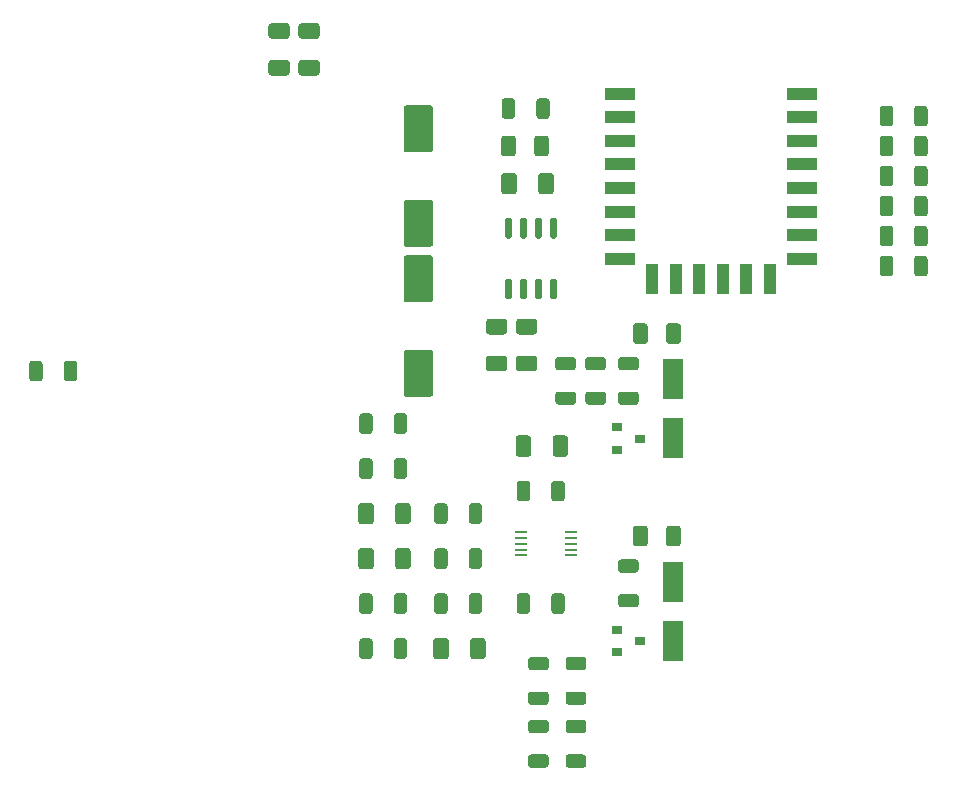
<source format=gtp>
%TF.GenerationSoftware,KiCad,Pcbnew,(5.1.10)-1*%
%TF.CreationDate,2021-10-14T01:28:28-03:00*%
%TF.ProjectId,kicad,6b696361-642e-46b6-9963-61645f706362,rev?*%
%TF.SameCoordinates,Original*%
%TF.FileFunction,Paste,Top*%
%TF.FilePolarity,Positive*%
%FSLAX46Y46*%
G04 Gerber Fmt 4.6, Leading zero omitted, Abs format (unit mm)*
G04 Created by KiCad (PCBNEW (5.1.10)-1) date 2021-10-14 01:28:28*
%MOMM*%
%LPD*%
G01*
G04 APERTURE LIST*
%ADD10R,0.900000X0.800000*%
%ADD11R,1.100000X2.500000*%
%ADD12R,2.500000X1.100000*%
%ADD13R,1.100000X0.250000*%
%ADD14R,1.800000X3.500000*%
G04 APERTURE END LIST*
D10*
%TO.C,Q2*%
X163290000Y-120015000D03*
X161290000Y-120965000D03*
X161290000Y-119065000D03*
%TD*%
%TO.C,R11*%
G36*
G01*
X140627500Y-116214998D02*
X140627500Y-117465002D01*
G75*
G02*
X140377502Y-117715000I-249998J0D01*
G01*
X139752498Y-117715000D01*
G75*
G02*
X139502500Y-117465002I0J249998D01*
G01*
X139502500Y-116214998D01*
G75*
G02*
X139752498Y-115965000I249998J0D01*
G01*
X140377502Y-115965000D01*
G75*
G02*
X140627500Y-116214998I0J-249998D01*
G01*
G37*
G36*
G01*
X143552500Y-116214998D02*
X143552500Y-117465002D01*
G75*
G02*
X143302502Y-117715000I-249998J0D01*
G01*
X142677498Y-117715000D01*
G75*
G02*
X142427500Y-117465002I0J249998D01*
G01*
X142427500Y-116214998D01*
G75*
G02*
X142677498Y-115965000I249998J0D01*
G01*
X143302502Y-115965000D01*
G75*
G02*
X143552500Y-116214998I0J-249998D01*
G01*
G37*
%TD*%
%TO.C,R10*%
G36*
G01*
X140627500Y-104784998D02*
X140627500Y-106035002D01*
G75*
G02*
X140377502Y-106285000I-249998J0D01*
G01*
X139752498Y-106285000D01*
G75*
G02*
X139502500Y-106035002I0J249998D01*
G01*
X139502500Y-104784998D01*
G75*
G02*
X139752498Y-104535000I249998J0D01*
G01*
X140377502Y-104535000D01*
G75*
G02*
X140627500Y-104784998I0J-249998D01*
G01*
G37*
G36*
G01*
X143552500Y-104784998D02*
X143552500Y-106035002D01*
G75*
G02*
X143302502Y-106285000I-249998J0D01*
G01*
X142677498Y-106285000D01*
G75*
G02*
X142427500Y-106035002I0J249998D01*
G01*
X142427500Y-104784998D01*
G75*
G02*
X142677498Y-104535000I249998J0D01*
G01*
X143302502Y-104535000D01*
G75*
G02*
X143552500Y-104784998I0J-249998D01*
G01*
G37*
%TD*%
%TO.C,R13*%
G36*
G01*
X146977500Y-112404998D02*
X146977500Y-113655002D01*
G75*
G02*
X146727502Y-113905000I-249998J0D01*
G01*
X146102498Y-113905000D01*
G75*
G02*
X145852500Y-113655002I0J249998D01*
G01*
X145852500Y-112404998D01*
G75*
G02*
X146102498Y-112155000I249998J0D01*
G01*
X146727502Y-112155000D01*
G75*
G02*
X146977500Y-112404998I0J-249998D01*
G01*
G37*
G36*
G01*
X149902500Y-112404998D02*
X149902500Y-113655002D01*
G75*
G02*
X149652502Y-113905000I-249998J0D01*
G01*
X149027498Y-113905000D01*
G75*
G02*
X148777500Y-113655002I0J249998D01*
G01*
X148777500Y-112404998D01*
G75*
G02*
X149027498Y-112155000I249998J0D01*
G01*
X149652502Y-112155000D01*
G75*
G02*
X149902500Y-112404998I0J-249998D01*
G01*
G37*
%TD*%
%TO.C,R12*%
G36*
G01*
X146977500Y-108594998D02*
X146977500Y-109845002D01*
G75*
G02*
X146727502Y-110095000I-249998J0D01*
G01*
X146102498Y-110095000D01*
G75*
G02*
X145852500Y-109845002I0J249998D01*
G01*
X145852500Y-108594998D01*
G75*
G02*
X146102498Y-108345000I249998J0D01*
G01*
X146727502Y-108345000D01*
G75*
G02*
X146977500Y-108594998I0J-249998D01*
G01*
G37*
G36*
G01*
X149902500Y-108594998D02*
X149902500Y-109845002D01*
G75*
G02*
X149652502Y-110095000I-249998J0D01*
G01*
X149027498Y-110095000D01*
G75*
G02*
X148777500Y-109845002I0J249998D01*
G01*
X148777500Y-108594998D01*
G75*
G02*
X149027498Y-108345000I249998J0D01*
G01*
X149652502Y-108345000D01*
G75*
G02*
X149902500Y-108594998I0J-249998D01*
G01*
G37*
%TD*%
%TO.C,C4*%
G36*
G01*
X140727500Y-108569998D02*
X140727500Y-109870002D01*
G75*
G02*
X140477502Y-110120000I-249998J0D01*
G01*
X139652498Y-110120000D01*
G75*
G02*
X139402500Y-109870002I0J249998D01*
G01*
X139402500Y-108569998D01*
G75*
G02*
X139652498Y-108320000I249998J0D01*
G01*
X140477502Y-108320000D01*
G75*
G02*
X140727500Y-108569998I0J-249998D01*
G01*
G37*
G36*
G01*
X143852500Y-108569998D02*
X143852500Y-109870002D01*
G75*
G02*
X143602502Y-110120000I-249998J0D01*
G01*
X142777498Y-110120000D01*
G75*
G02*
X142527500Y-109870002I0J249998D01*
G01*
X142527500Y-108569998D01*
G75*
G02*
X142777498Y-108320000I249998J0D01*
G01*
X143602502Y-108320000D01*
G75*
G02*
X143852500Y-108569998I0J-249998D01*
G01*
G37*
%TD*%
%TO.C,C5*%
G36*
G01*
X140727500Y-112379998D02*
X140727500Y-113680002D01*
G75*
G02*
X140477502Y-113930000I-249998J0D01*
G01*
X139652498Y-113930000D01*
G75*
G02*
X139402500Y-113680002I0J249998D01*
G01*
X139402500Y-112379998D01*
G75*
G02*
X139652498Y-112130000I249998J0D01*
G01*
X140477502Y-112130000D01*
G75*
G02*
X140727500Y-112379998I0J-249998D01*
G01*
G37*
G36*
G01*
X143852500Y-112379998D02*
X143852500Y-113680002D01*
G75*
G02*
X143602502Y-113930000I-249998J0D01*
G01*
X142777498Y-113930000D01*
G75*
G02*
X142527500Y-113680002I0J249998D01*
G01*
X142527500Y-112379998D01*
G75*
G02*
X142777498Y-112130000I249998J0D01*
G01*
X143602502Y-112130000D01*
G75*
G02*
X143852500Y-112379998I0J-249998D01*
G01*
G37*
%TD*%
%TO.C,C8*%
G36*
G01*
X145510000Y-99345000D02*
X143510000Y-99345000D01*
G75*
G02*
X143260000Y-99095000I0J250000D01*
G01*
X143260000Y-95595000D01*
G75*
G02*
X143510000Y-95345000I250000J0D01*
G01*
X145510000Y-95345000D01*
G75*
G02*
X145760000Y-95595000I0J-250000D01*
G01*
X145760000Y-99095000D01*
G75*
G02*
X145510000Y-99345000I-250000J0D01*
G01*
G37*
G36*
G01*
X145510000Y-91345000D02*
X143510000Y-91345000D01*
G75*
G02*
X143260000Y-91095000I0J250000D01*
G01*
X143260000Y-87595000D01*
G75*
G02*
X143510000Y-87345000I250000J0D01*
G01*
X145510000Y-87345000D01*
G75*
G02*
X145760000Y-87595000I0J-250000D01*
G01*
X145760000Y-91095000D01*
G75*
G02*
X145510000Y-91345000I-250000J0D01*
G01*
G37*
%TD*%
%TO.C,C3*%
G36*
G01*
X143510000Y-74645000D02*
X145510000Y-74645000D01*
G75*
G02*
X145760000Y-74895000I0J-250000D01*
G01*
X145760000Y-78395000D01*
G75*
G02*
X145510000Y-78645000I-250000J0D01*
G01*
X143510000Y-78645000D01*
G75*
G02*
X143260000Y-78395000I0J250000D01*
G01*
X143260000Y-74895000D01*
G75*
G02*
X143510000Y-74645000I250000J0D01*
G01*
G37*
G36*
G01*
X143510000Y-82645000D02*
X145510000Y-82645000D01*
G75*
G02*
X145760000Y-82895000I0J-250000D01*
G01*
X145760000Y-86395000D01*
G75*
G02*
X145510000Y-86645000I-250000J0D01*
G01*
X143510000Y-86645000D01*
G75*
G02*
X143260000Y-86395000I0J250000D01*
G01*
X143260000Y-82895000D01*
G75*
G02*
X143510000Y-82645000I250000J0D01*
G01*
G37*
%TD*%
%TO.C,C1*%
G36*
G01*
X133365002Y-69022500D02*
X132064998Y-69022500D01*
G75*
G02*
X131815000Y-68772502I0J249998D01*
G01*
X131815000Y-67947498D01*
G75*
G02*
X132064998Y-67697500I249998J0D01*
G01*
X133365002Y-67697500D01*
G75*
G02*
X133615000Y-67947498I0J-249998D01*
G01*
X133615000Y-68772502D01*
G75*
G02*
X133365002Y-69022500I-249998J0D01*
G01*
G37*
G36*
G01*
X133365002Y-72147500D02*
X132064998Y-72147500D01*
G75*
G02*
X131815000Y-71897502I0J249998D01*
G01*
X131815000Y-71072498D01*
G75*
G02*
X132064998Y-70822500I249998J0D01*
G01*
X133365002Y-70822500D01*
G75*
G02*
X133615000Y-71072498I0J-249998D01*
G01*
X133615000Y-71897502D01*
G75*
G02*
X133365002Y-72147500I-249998J0D01*
G01*
G37*
%TD*%
%TO.C,R25*%
G36*
G01*
X186492500Y-88890002D02*
X186492500Y-87639998D01*
G75*
G02*
X186742498Y-87390000I249998J0D01*
G01*
X187367502Y-87390000D01*
G75*
G02*
X187617500Y-87639998I0J-249998D01*
G01*
X187617500Y-88890002D01*
G75*
G02*
X187367502Y-89140000I-249998J0D01*
G01*
X186742498Y-89140000D01*
G75*
G02*
X186492500Y-88890002I0J249998D01*
G01*
G37*
G36*
G01*
X183567500Y-88890002D02*
X183567500Y-87639998D01*
G75*
G02*
X183817498Y-87390000I249998J0D01*
G01*
X184442502Y-87390000D01*
G75*
G02*
X184692500Y-87639998I0J-249998D01*
G01*
X184692500Y-88890002D01*
G75*
G02*
X184442502Y-89140000I-249998J0D01*
G01*
X183817498Y-89140000D01*
G75*
G02*
X183567500Y-88890002I0J249998D01*
G01*
G37*
%TD*%
%TO.C,R24*%
G36*
G01*
X184692500Y-85099998D02*
X184692500Y-86350002D01*
G75*
G02*
X184442502Y-86600000I-249998J0D01*
G01*
X183817498Y-86600000D01*
G75*
G02*
X183567500Y-86350002I0J249998D01*
G01*
X183567500Y-85099998D01*
G75*
G02*
X183817498Y-84850000I249998J0D01*
G01*
X184442502Y-84850000D01*
G75*
G02*
X184692500Y-85099998I0J-249998D01*
G01*
G37*
G36*
G01*
X187617500Y-85099998D02*
X187617500Y-86350002D01*
G75*
G02*
X187367502Y-86600000I-249998J0D01*
G01*
X186742498Y-86600000D01*
G75*
G02*
X186492500Y-86350002I0J249998D01*
G01*
X186492500Y-85099998D01*
G75*
G02*
X186742498Y-84850000I249998J0D01*
G01*
X187367502Y-84850000D01*
G75*
G02*
X187617500Y-85099998I0J-249998D01*
G01*
G37*
%TD*%
%TO.C,R23*%
G36*
G01*
X157597002Y-97082500D02*
X156346998Y-97082500D01*
G75*
G02*
X156097000Y-96832502I0J249998D01*
G01*
X156097000Y-96207498D01*
G75*
G02*
X156346998Y-95957500I249998J0D01*
G01*
X157597002Y-95957500D01*
G75*
G02*
X157847000Y-96207498I0J-249998D01*
G01*
X157847000Y-96832502D01*
G75*
G02*
X157597002Y-97082500I-249998J0D01*
G01*
G37*
G36*
G01*
X157597002Y-100007500D02*
X156346998Y-100007500D01*
G75*
G02*
X156097000Y-99757502I0J249998D01*
G01*
X156097000Y-99132498D01*
G75*
G02*
X156346998Y-98882500I249998J0D01*
G01*
X157597002Y-98882500D01*
G75*
G02*
X157847000Y-99132498I0J-249998D01*
G01*
X157847000Y-99757502D01*
G75*
G02*
X157597002Y-100007500I-249998J0D01*
G01*
G37*
%TD*%
%TO.C,R22*%
G36*
G01*
X160137002Y-97082500D02*
X158886998Y-97082500D01*
G75*
G02*
X158637000Y-96832502I0J249998D01*
G01*
X158637000Y-96207498D01*
G75*
G02*
X158886998Y-95957500I249998J0D01*
G01*
X160137002Y-95957500D01*
G75*
G02*
X160387000Y-96207498I0J-249998D01*
G01*
X160387000Y-96832502D01*
G75*
G02*
X160137002Y-97082500I-249998J0D01*
G01*
G37*
G36*
G01*
X160137002Y-100007500D02*
X158886998Y-100007500D01*
G75*
G02*
X158637000Y-99757502I0J249998D01*
G01*
X158637000Y-99132498D01*
G75*
G02*
X158886998Y-98882500I249998J0D01*
G01*
X160137002Y-98882500D01*
G75*
G02*
X160387000Y-99132498I0J-249998D01*
G01*
X160387000Y-99757502D01*
G75*
G02*
X160137002Y-100007500I-249998J0D01*
G01*
G37*
%TD*%
%TO.C,R21*%
G36*
G01*
X161664998Y-116027500D02*
X162915002Y-116027500D01*
G75*
G02*
X163165000Y-116277498I0J-249998D01*
G01*
X163165000Y-116902502D01*
G75*
G02*
X162915002Y-117152500I-249998J0D01*
G01*
X161664998Y-117152500D01*
G75*
G02*
X161415000Y-116902502I0J249998D01*
G01*
X161415000Y-116277498D01*
G75*
G02*
X161664998Y-116027500I249998J0D01*
G01*
G37*
G36*
G01*
X161664998Y-113102500D02*
X162915002Y-113102500D01*
G75*
G02*
X163165000Y-113352498I0J-249998D01*
G01*
X163165000Y-113977502D01*
G75*
G02*
X162915002Y-114227500I-249998J0D01*
G01*
X161664998Y-114227500D01*
G75*
G02*
X161415000Y-113977502I0J249998D01*
G01*
X161415000Y-113352498D01*
G75*
G02*
X161664998Y-113102500I249998J0D01*
G01*
G37*
%TD*%
%TO.C,R20*%
G36*
G01*
X161664998Y-98882500D02*
X162915002Y-98882500D01*
G75*
G02*
X163165000Y-99132498I0J-249998D01*
G01*
X163165000Y-99757502D01*
G75*
G02*
X162915002Y-100007500I-249998J0D01*
G01*
X161664998Y-100007500D01*
G75*
G02*
X161415000Y-99757502I0J249998D01*
G01*
X161415000Y-99132498D01*
G75*
G02*
X161664998Y-98882500I249998J0D01*
G01*
G37*
G36*
G01*
X161664998Y-95957500D02*
X162915002Y-95957500D01*
G75*
G02*
X163165000Y-96207498I0J-249998D01*
G01*
X163165000Y-96832502D01*
G75*
G02*
X162915002Y-97082500I-249998J0D01*
G01*
X161664998Y-97082500D01*
G75*
G02*
X161415000Y-96832502I0J249998D01*
G01*
X161415000Y-96207498D01*
G75*
G02*
X161664998Y-95957500I249998J0D01*
G01*
G37*
%TD*%
%TO.C,R19*%
G36*
G01*
X146977500Y-116214998D02*
X146977500Y-117465002D01*
G75*
G02*
X146727502Y-117715000I-249998J0D01*
G01*
X146102498Y-117715000D01*
G75*
G02*
X145852500Y-117465002I0J249998D01*
G01*
X145852500Y-116214998D01*
G75*
G02*
X146102498Y-115965000I249998J0D01*
G01*
X146727502Y-115965000D01*
G75*
G02*
X146977500Y-116214998I0J-249998D01*
G01*
G37*
G36*
G01*
X149902500Y-116214998D02*
X149902500Y-117465002D01*
G75*
G02*
X149652502Y-117715000I-249998J0D01*
G01*
X149027498Y-117715000D01*
G75*
G02*
X148777500Y-117465002I0J249998D01*
G01*
X148777500Y-116214998D01*
G75*
G02*
X149027498Y-115965000I249998J0D01*
G01*
X149652502Y-115965000D01*
G75*
G02*
X149902500Y-116214998I0J-249998D01*
G01*
G37*
%TD*%
%TO.C,R18*%
G36*
G01*
X153962500Y-116214998D02*
X153962500Y-117465002D01*
G75*
G02*
X153712502Y-117715000I-249998J0D01*
G01*
X153087498Y-117715000D01*
G75*
G02*
X152837500Y-117465002I0J249998D01*
G01*
X152837500Y-116214998D01*
G75*
G02*
X153087498Y-115965000I249998J0D01*
G01*
X153712502Y-115965000D01*
G75*
G02*
X153962500Y-116214998I0J-249998D01*
G01*
G37*
G36*
G01*
X156887500Y-116214998D02*
X156887500Y-117465002D01*
G75*
G02*
X156637502Y-117715000I-249998J0D01*
G01*
X156012498Y-117715000D01*
G75*
G02*
X155762500Y-117465002I0J249998D01*
G01*
X155762500Y-116214998D01*
G75*
G02*
X156012498Y-115965000I249998J0D01*
G01*
X156637502Y-115965000D01*
G75*
G02*
X156887500Y-116214998I0J-249998D01*
G01*
G37*
%TD*%
%TO.C,C11*%
G36*
G01*
X153019998Y-95857500D02*
X154320002Y-95857500D01*
G75*
G02*
X154570000Y-96107498I0J-249998D01*
G01*
X154570000Y-96932502D01*
G75*
G02*
X154320002Y-97182500I-249998J0D01*
G01*
X153019998Y-97182500D01*
G75*
G02*
X152770000Y-96932502I0J249998D01*
G01*
X152770000Y-96107498D01*
G75*
G02*
X153019998Y-95857500I249998J0D01*
G01*
G37*
G36*
G01*
X153019998Y-92732500D02*
X154320002Y-92732500D01*
G75*
G02*
X154570000Y-92982498I0J-249998D01*
G01*
X154570000Y-93807502D01*
G75*
G02*
X154320002Y-94057500I-249998J0D01*
G01*
X153019998Y-94057500D01*
G75*
G02*
X152770000Y-93807502I0J249998D01*
G01*
X152770000Y-92982498D01*
G75*
G02*
X153019998Y-92732500I249998J0D01*
G01*
G37*
%TD*%
%TO.C,C10*%
G36*
G01*
X150479998Y-95857500D02*
X151780002Y-95857500D01*
G75*
G02*
X152030000Y-96107498I0J-249998D01*
G01*
X152030000Y-96932502D01*
G75*
G02*
X151780002Y-97182500I-249998J0D01*
G01*
X150479998Y-97182500D01*
G75*
G02*
X150230000Y-96932502I0J249998D01*
G01*
X150230000Y-96107498D01*
G75*
G02*
X150479998Y-95857500I249998J0D01*
G01*
G37*
G36*
G01*
X150479998Y-92732500D02*
X151780002Y-92732500D01*
G75*
G02*
X152030000Y-92982498I0J-249998D01*
G01*
X152030000Y-93807502D01*
G75*
G02*
X151780002Y-94057500I-249998J0D01*
G01*
X150479998Y-94057500D01*
G75*
G02*
X150230000Y-93807502I0J249998D01*
G01*
X150230000Y-92982498D01*
G75*
G02*
X150479998Y-92732500I249998J0D01*
G01*
G37*
%TD*%
D11*
%TO.C,U3*%
X174280000Y-89360000D03*
X172280000Y-89360000D03*
X170280000Y-89360000D03*
X168280000Y-89360000D03*
X166280000Y-89360000D03*
X164280000Y-89360000D03*
D12*
X176990000Y-73660000D03*
X176990000Y-75660000D03*
X176990000Y-77660000D03*
X176990000Y-79660000D03*
X176990000Y-81660000D03*
X176990000Y-83660000D03*
X176990000Y-85660000D03*
X176990000Y-87660000D03*
X161590000Y-87660000D03*
X161590000Y-85660000D03*
X161590000Y-83660000D03*
X161590000Y-81660000D03*
X161590000Y-79660000D03*
X161590000Y-77660000D03*
X161590000Y-75660000D03*
X161590000Y-73660000D03*
%TD*%
D13*
%TO.C,U2*%
X157455000Y-110760000D03*
X157455000Y-111260000D03*
X157455000Y-111760000D03*
X157455000Y-112260000D03*
X157455000Y-112760000D03*
X153155000Y-112760000D03*
X153155000Y-112260000D03*
X153155000Y-111760000D03*
X153155000Y-111260000D03*
X153155000Y-110760000D03*
%TD*%
%TO.C,U1*%
G36*
G01*
X152280000Y-85930000D02*
X151980000Y-85930000D01*
G75*
G02*
X151830000Y-85780000I0J150000D01*
G01*
X151830000Y-84330000D01*
G75*
G02*
X151980000Y-84180000I150000J0D01*
G01*
X152280000Y-84180000D01*
G75*
G02*
X152430000Y-84330000I0J-150000D01*
G01*
X152430000Y-85780000D01*
G75*
G02*
X152280000Y-85930000I-150000J0D01*
G01*
G37*
G36*
G01*
X153550000Y-85930000D02*
X153250000Y-85930000D01*
G75*
G02*
X153100000Y-85780000I0J150000D01*
G01*
X153100000Y-84330000D01*
G75*
G02*
X153250000Y-84180000I150000J0D01*
G01*
X153550000Y-84180000D01*
G75*
G02*
X153700000Y-84330000I0J-150000D01*
G01*
X153700000Y-85780000D01*
G75*
G02*
X153550000Y-85930000I-150000J0D01*
G01*
G37*
G36*
G01*
X154820000Y-85930000D02*
X154520000Y-85930000D01*
G75*
G02*
X154370000Y-85780000I0J150000D01*
G01*
X154370000Y-84330000D01*
G75*
G02*
X154520000Y-84180000I150000J0D01*
G01*
X154820000Y-84180000D01*
G75*
G02*
X154970000Y-84330000I0J-150000D01*
G01*
X154970000Y-85780000D01*
G75*
G02*
X154820000Y-85930000I-150000J0D01*
G01*
G37*
G36*
G01*
X156090000Y-85930000D02*
X155790000Y-85930000D01*
G75*
G02*
X155640000Y-85780000I0J150000D01*
G01*
X155640000Y-84330000D01*
G75*
G02*
X155790000Y-84180000I150000J0D01*
G01*
X156090000Y-84180000D01*
G75*
G02*
X156240000Y-84330000I0J-150000D01*
G01*
X156240000Y-85780000D01*
G75*
G02*
X156090000Y-85930000I-150000J0D01*
G01*
G37*
G36*
G01*
X156090000Y-91080000D02*
X155790000Y-91080000D01*
G75*
G02*
X155640000Y-90930000I0J150000D01*
G01*
X155640000Y-89480000D01*
G75*
G02*
X155790000Y-89330000I150000J0D01*
G01*
X156090000Y-89330000D01*
G75*
G02*
X156240000Y-89480000I0J-150000D01*
G01*
X156240000Y-90930000D01*
G75*
G02*
X156090000Y-91080000I-150000J0D01*
G01*
G37*
G36*
G01*
X154820000Y-91080000D02*
X154520000Y-91080000D01*
G75*
G02*
X154370000Y-90930000I0J150000D01*
G01*
X154370000Y-89480000D01*
G75*
G02*
X154520000Y-89330000I150000J0D01*
G01*
X154820000Y-89330000D01*
G75*
G02*
X154970000Y-89480000I0J-150000D01*
G01*
X154970000Y-90930000D01*
G75*
G02*
X154820000Y-91080000I-150000J0D01*
G01*
G37*
G36*
G01*
X153550000Y-91080000D02*
X153250000Y-91080000D01*
G75*
G02*
X153100000Y-90930000I0J150000D01*
G01*
X153100000Y-89480000D01*
G75*
G02*
X153250000Y-89330000I150000J0D01*
G01*
X153550000Y-89330000D01*
G75*
G02*
X153700000Y-89480000I0J-150000D01*
G01*
X153700000Y-90930000D01*
G75*
G02*
X153550000Y-91080000I-150000J0D01*
G01*
G37*
G36*
G01*
X152280000Y-91080000D02*
X151980000Y-91080000D01*
G75*
G02*
X151830000Y-90930000I0J150000D01*
G01*
X151830000Y-89480000D01*
G75*
G02*
X151980000Y-89330000I150000J0D01*
G01*
X152280000Y-89330000D01*
G75*
G02*
X152430000Y-89480000I0J-150000D01*
G01*
X152430000Y-90930000D01*
G75*
G02*
X152280000Y-91080000I-150000J0D01*
G01*
G37*
%TD*%
%TO.C,R9*%
G36*
G01*
X157219998Y-124282500D02*
X158470002Y-124282500D01*
G75*
G02*
X158720000Y-124532498I0J-249998D01*
G01*
X158720000Y-125157502D01*
G75*
G02*
X158470002Y-125407500I-249998J0D01*
G01*
X157219998Y-125407500D01*
G75*
G02*
X156970000Y-125157502I0J249998D01*
G01*
X156970000Y-124532498D01*
G75*
G02*
X157219998Y-124282500I249998J0D01*
G01*
G37*
G36*
G01*
X157219998Y-121357500D02*
X158470002Y-121357500D01*
G75*
G02*
X158720000Y-121607498I0J-249998D01*
G01*
X158720000Y-122232502D01*
G75*
G02*
X158470002Y-122482500I-249998J0D01*
G01*
X157219998Y-122482500D01*
G75*
G02*
X156970000Y-122232502I0J249998D01*
G01*
X156970000Y-121607498D01*
G75*
G02*
X157219998Y-121357500I249998J0D01*
G01*
G37*
%TD*%
%TO.C,R6*%
G36*
G01*
X154044998Y-129612500D02*
X155295002Y-129612500D01*
G75*
G02*
X155545000Y-129862498I0J-249998D01*
G01*
X155545000Y-130487502D01*
G75*
G02*
X155295002Y-130737500I-249998J0D01*
G01*
X154044998Y-130737500D01*
G75*
G02*
X153795000Y-130487502I0J249998D01*
G01*
X153795000Y-129862498D01*
G75*
G02*
X154044998Y-129612500I249998J0D01*
G01*
G37*
G36*
G01*
X154044998Y-126687500D02*
X155295002Y-126687500D01*
G75*
G02*
X155545000Y-126937498I0J-249998D01*
G01*
X155545000Y-127562502D01*
G75*
G02*
X155295002Y-127812500I-249998J0D01*
G01*
X154044998Y-127812500D01*
G75*
G02*
X153795000Y-127562502I0J249998D01*
G01*
X153795000Y-126937498D01*
G75*
G02*
X154044998Y-126687500I249998J0D01*
G01*
G37*
%TD*%
%TO.C,R5*%
G36*
G01*
X142427500Y-121275002D02*
X142427500Y-120024998D01*
G75*
G02*
X142677498Y-119775000I249998J0D01*
G01*
X143302502Y-119775000D01*
G75*
G02*
X143552500Y-120024998I0J-249998D01*
G01*
X143552500Y-121275002D01*
G75*
G02*
X143302502Y-121525000I-249998J0D01*
G01*
X142677498Y-121525000D01*
G75*
G02*
X142427500Y-121275002I0J249998D01*
G01*
G37*
G36*
G01*
X139502500Y-121275002D02*
X139502500Y-120024998D01*
G75*
G02*
X139752498Y-119775000I249998J0D01*
G01*
X140377502Y-119775000D01*
G75*
G02*
X140627500Y-120024998I0J-249998D01*
G01*
X140627500Y-121275002D01*
G75*
G02*
X140377502Y-121525000I-249998J0D01*
G01*
X139752498Y-121525000D01*
G75*
G02*
X139502500Y-121275002I0J249998D01*
G01*
G37*
%TD*%
%TO.C,R17*%
G36*
G01*
X153962500Y-106689998D02*
X153962500Y-107940002D01*
G75*
G02*
X153712502Y-108190000I-249998J0D01*
G01*
X153087498Y-108190000D01*
G75*
G02*
X152837500Y-107940002I0J249998D01*
G01*
X152837500Y-106689998D01*
G75*
G02*
X153087498Y-106440000I249998J0D01*
G01*
X153712502Y-106440000D01*
G75*
G02*
X153962500Y-106689998I0J-249998D01*
G01*
G37*
G36*
G01*
X156887500Y-106689998D02*
X156887500Y-107940002D01*
G75*
G02*
X156637502Y-108190000I-249998J0D01*
G01*
X156012498Y-108190000D01*
G75*
G02*
X155762500Y-107940002I0J249998D01*
G01*
X155762500Y-106689998D01*
G75*
G02*
X156012498Y-106440000I249998J0D01*
G01*
X156637502Y-106440000D01*
G75*
G02*
X156887500Y-106689998I0J-249998D01*
G01*
G37*
%TD*%
%TO.C,R15*%
G36*
G01*
X186492500Y-76190002D02*
X186492500Y-74939998D01*
G75*
G02*
X186742498Y-74690000I249998J0D01*
G01*
X187367502Y-74690000D01*
G75*
G02*
X187617500Y-74939998I0J-249998D01*
G01*
X187617500Y-76190002D01*
G75*
G02*
X187367502Y-76440000I-249998J0D01*
G01*
X186742498Y-76440000D01*
G75*
G02*
X186492500Y-76190002I0J249998D01*
G01*
G37*
G36*
G01*
X183567500Y-76190002D02*
X183567500Y-74939998D01*
G75*
G02*
X183817498Y-74690000I249998J0D01*
G01*
X184442502Y-74690000D01*
G75*
G02*
X184692500Y-74939998I0J-249998D01*
G01*
X184692500Y-76190002D01*
G75*
G02*
X184442502Y-76440000I-249998J0D01*
G01*
X183817498Y-76440000D01*
G75*
G02*
X183567500Y-76190002I0J249998D01*
G01*
G37*
%TD*%
%TO.C,R16*%
G36*
G01*
X186492500Y-78730002D02*
X186492500Y-77479998D01*
G75*
G02*
X186742498Y-77230000I249998J0D01*
G01*
X187367502Y-77230000D01*
G75*
G02*
X187617500Y-77479998I0J-249998D01*
G01*
X187617500Y-78730002D01*
G75*
G02*
X187367502Y-78980000I-249998J0D01*
G01*
X186742498Y-78980000D01*
G75*
G02*
X186492500Y-78730002I0J249998D01*
G01*
G37*
G36*
G01*
X183567500Y-78730002D02*
X183567500Y-77479998D01*
G75*
G02*
X183817498Y-77230000I249998J0D01*
G01*
X184442502Y-77230000D01*
G75*
G02*
X184692500Y-77479998I0J-249998D01*
G01*
X184692500Y-78730002D01*
G75*
G02*
X184442502Y-78980000I-249998J0D01*
G01*
X183817498Y-78980000D01*
G75*
G02*
X183567500Y-78730002I0J249998D01*
G01*
G37*
%TD*%
%TO.C,R3*%
G36*
G01*
X112687500Y-96529998D02*
X112687500Y-97780002D01*
G75*
G02*
X112437502Y-98030000I-249998J0D01*
G01*
X111812498Y-98030000D01*
G75*
G02*
X111562500Y-97780002I0J249998D01*
G01*
X111562500Y-96529998D01*
G75*
G02*
X111812498Y-96280000I249998J0D01*
G01*
X112437502Y-96280000D01*
G75*
G02*
X112687500Y-96529998I0J-249998D01*
G01*
G37*
G36*
G01*
X115612500Y-96529998D02*
X115612500Y-97780002D01*
G75*
G02*
X115362502Y-98030000I-249998J0D01*
G01*
X114737498Y-98030000D01*
G75*
G02*
X114487500Y-97780002I0J249998D01*
G01*
X114487500Y-96529998D01*
G75*
G02*
X114737498Y-96280000I249998J0D01*
G01*
X115362502Y-96280000D01*
G75*
G02*
X115612500Y-96529998I0J-249998D01*
G01*
G37*
%TD*%
%TO.C,R14*%
G36*
G01*
X152692500Y-74304998D02*
X152692500Y-75555002D01*
G75*
G02*
X152442502Y-75805000I-249998J0D01*
G01*
X151817498Y-75805000D01*
G75*
G02*
X151567500Y-75555002I0J249998D01*
G01*
X151567500Y-74304998D01*
G75*
G02*
X151817498Y-74055000I249998J0D01*
G01*
X152442502Y-74055000D01*
G75*
G02*
X152692500Y-74304998I0J-249998D01*
G01*
G37*
G36*
G01*
X155617500Y-74304998D02*
X155617500Y-75555002D01*
G75*
G02*
X155367502Y-75805000I-249998J0D01*
G01*
X154742498Y-75805000D01*
G75*
G02*
X154492500Y-75555002I0J249998D01*
G01*
X154492500Y-74304998D01*
G75*
G02*
X154742498Y-74055000I249998J0D01*
G01*
X155367502Y-74055000D01*
G75*
G02*
X155617500Y-74304998I0J-249998D01*
G01*
G37*
%TD*%
%TO.C,R8*%
G36*
G01*
X154044998Y-124282500D02*
X155295002Y-124282500D01*
G75*
G02*
X155545000Y-124532498I0J-249998D01*
G01*
X155545000Y-125157502D01*
G75*
G02*
X155295002Y-125407500I-249998J0D01*
G01*
X154044998Y-125407500D01*
G75*
G02*
X153795000Y-125157502I0J249998D01*
G01*
X153795000Y-124532498D01*
G75*
G02*
X154044998Y-124282500I249998J0D01*
G01*
G37*
G36*
G01*
X154044998Y-121357500D02*
X155295002Y-121357500D01*
G75*
G02*
X155545000Y-121607498I0J-249998D01*
G01*
X155545000Y-122232502D01*
G75*
G02*
X155295002Y-122482500I-249998J0D01*
G01*
X154044998Y-122482500D01*
G75*
G02*
X153795000Y-122232502I0J249998D01*
G01*
X153795000Y-121607498D01*
G75*
G02*
X154044998Y-121357500I249998J0D01*
G01*
G37*
%TD*%
%TO.C,R2*%
G36*
G01*
X186492500Y-81270002D02*
X186492500Y-80019998D01*
G75*
G02*
X186742498Y-79770000I249998J0D01*
G01*
X187367502Y-79770000D01*
G75*
G02*
X187617500Y-80019998I0J-249998D01*
G01*
X187617500Y-81270002D01*
G75*
G02*
X187367502Y-81520000I-249998J0D01*
G01*
X186742498Y-81520000D01*
G75*
G02*
X186492500Y-81270002I0J249998D01*
G01*
G37*
G36*
G01*
X183567500Y-81270002D02*
X183567500Y-80019998D01*
G75*
G02*
X183817498Y-79770000I249998J0D01*
G01*
X184442502Y-79770000D01*
G75*
G02*
X184692500Y-80019998I0J-249998D01*
G01*
X184692500Y-81270002D01*
G75*
G02*
X184442502Y-81520000I-249998J0D01*
G01*
X183817498Y-81520000D01*
G75*
G02*
X183567500Y-81270002I0J249998D01*
G01*
G37*
%TD*%
%TO.C,R7*%
G36*
G01*
X157219998Y-129612500D02*
X158470002Y-129612500D01*
G75*
G02*
X158720000Y-129862498I0J-249998D01*
G01*
X158720000Y-130487502D01*
G75*
G02*
X158470002Y-130737500I-249998J0D01*
G01*
X157219998Y-130737500D01*
G75*
G02*
X156970000Y-130487502I0J249998D01*
G01*
X156970000Y-129862498D01*
G75*
G02*
X157219998Y-129612500I249998J0D01*
G01*
G37*
G36*
G01*
X157219998Y-126687500D02*
X158470002Y-126687500D01*
G75*
G02*
X158720000Y-126937498I0J-249998D01*
G01*
X158720000Y-127562502D01*
G75*
G02*
X158470002Y-127812500I-249998J0D01*
G01*
X157219998Y-127812500D01*
G75*
G02*
X156970000Y-127562502I0J249998D01*
G01*
X156970000Y-126937498D01*
G75*
G02*
X157219998Y-126687500I249998J0D01*
G01*
G37*
%TD*%
%TO.C,R4*%
G36*
G01*
X140627500Y-100974998D02*
X140627500Y-102225002D01*
G75*
G02*
X140377502Y-102475000I-249998J0D01*
G01*
X139752498Y-102475000D01*
G75*
G02*
X139502500Y-102225002I0J249998D01*
G01*
X139502500Y-100974998D01*
G75*
G02*
X139752498Y-100725000I249998J0D01*
G01*
X140377502Y-100725000D01*
G75*
G02*
X140627500Y-100974998I0J-249998D01*
G01*
G37*
G36*
G01*
X143552500Y-100974998D02*
X143552500Y-102225002D01*
G75*
G02*
X143302502Y-102475000I-249998J0D01*
G01*
X142677498Y-102475000D01*
G75*
G02*
X142427500Y-102225002I0J249998D01*
G01*
X142427500Y-100974998D01*
G75*
G02*
X142677498Y-100725000I249998J0D01*
G01*
X143302502Y-100725000D01*
G75*
G02*
X143552500Y-100974998I0J-249998D01*
G01*
G37*
%TD*%
%TO.C,C9*%
G36*
G01*
X154062500Y-102854998D02*
X154062500Y-104155002D01*
G75*
G02*
X153812502Y-104405000I-249998J0D01*
G01*
X152987498Y-104405000D01*
G75*
G02*
X152737500Y-104155002I0J249998D01*
G01*
X152737500Y-102854998D01*
G75*
G02*
X152987498Y-102605000I249998J0D01*
G01*
X153812502Y-102605000D01*
G75*
G02*
X154062500Y-102854998I0J-249998D01*
G01*
G37*
G36*
G01*
X157187500Y-102854998D02*
X157187500Y-104155002D01*
G75*
G02*
X156937502Y-104405000I-249998J0D01*
G01*
X156112498Y-104405000D01*
G75*
G02*
X155862500Y-104155002I0J249998D01*
G01*
X155862500Y-102854998D01*
G75*
G02*
X156112498Y-102605000I249998J0D01*
G01*
X156937502Y-102605000D01*
G75*
G02*
X157187500Y-102854998I0J-249998D01*
G01*
G37*
%TD*%
%TO.C,C6*%
G36*
G01*
X154642500Y-81930002D02*
X154642500Y-80629998D01*
G75*
G02*
X154892498Y-80380000I249998J0D01*
G01*
X155717502Y-80380000D01*
G75*
G02*
X155967500Y-80629998I0J-249998D01*
G01*
X155967500Y-81930002D01*
G75*
G02*
X155717502Y-82180000I-249998J0D01*
G01*
X154892498Y-82180000D01*
G75*
G02*
X154642500Y-81930002I0J249998D01*
G01*
G37*
G36*
G01*
X151517500Y-81930002D02*
X151517500Y-80629998D01*
G75*
G02*
X151767498Y-80380000I249998J0D01*
G01*
X152592502Y-80380000D01*
G75*
G02*
X152842500Y-80629998I0J-249998D01*
G01*
X152842500Y-81930002D01*
G75*
G02*
X152592502Y-82180000I-249998J0D01*
G01*
X151767498Y-82180000D01*
G75*
G02*
X151517500Y-81930002I0J249998D01*
G01*
G37*
%TD*%
%TO.C,C7*%
G36*
G01*
X147077500Y-119999998D02*
X147077500Y-121300002D01*
G75*
G02*
X146827502Y-121550000I-249998J0D01*
G01*
X146002498Y-121550000D01*
G75*
G02*
X145752500Y-121300002I0J249998D01*
G01*
X145752500Y-119999998D01*
G75*
G02*
X146002498Y-119750000I249998J0D01*
G01*
X146827502Y-119750000D01*
G75*
G02*
X147077500Y-119999998I0J-249998D01*
G01*
G37*
G36*
G01*
X150202500Y-119999998D02*
X150202500Y-121300002D01*
G75*
G02*
X149952502Y-121550000I-249998J0D01*
G01*
X149127498Y-121550000D01*
G75*
G02*
X148877500Y-121300002I0J249998D01*
G01*
X148877500Y-119999998D01*
G75*
G02*
X149127498Y-119750000I249998J0D01*
G01*
X149952502Y-119750000D01*
G75*
G02*
X150202500Y-119999998I0J-249998D01*
G01*
G37*
%TD*%
%TO.C,D1*%
G36*
G01*
X152755000Y-77480000D02*
X152755000Y-78730000D01*
G75*
G02*
X152505000Y-78980000I-250000J0D01*
G01*
X151755000Y-78980000D01*
G75*
G02*
X151505000Y-78730000I0J250000D01*
G01*
X151505000Y-77480000D01*
G75*
G02*
X151755000Y-77230000I250000J0D01*
G01*
X152505000Y-77230000D01*
G75*
G02*
X152755000Y-77480000I0J-250000D01*
G01*
G37*
G36*
G01*
X155555000Y-77480000D02*
X155555000Y-78730000D01*
G75*
G02*
X155305000Y-78980000I-250000J0D01*
G01*
X154555000Y-78980000D01*
G75*
G02*
X154305000Y-78730000I0J250000D01*
G01*
X154305000Y-77480000D01*
G75*
G02*
X154555000Y-77230000I250000J0D01*
G01*
X155305000Y-77230000D01*
G75*
G02*
X155555000Y-77480000I0J-250000D01*
G01*
G37*
%TD*%
%TO.C,C2*%
G36*
G01*
X135905002Y-69022500D02*
X134604998Y-69022500D01*
G75*
G02*
X134355000Y-68772502I0J249998D01*
G01*
X134355000Y-67947498D01*
G75*
G02*
X134604998Y-67697500I249998J0D01*
G01*
X135905002Y-67697500D01*
G75*
G02*
X136155000Y-67947498I0J-249998D01*
G01*
X136155000Y-68772502D01*
G75*
G02*
X135905002Y-69022500I-249998J0D01*
G01*
G37*
G36*
G01*
X135905002Y-72147500D02*
X134604998Y-72147500D01*
G75*
G02*
X134355000Y-71897502I0J249998D01*
G01*
X134355000Y-71072498D01*
G75*
G02*
X134604998Y-70822500I249998J0D01*
G01*
X135905002Y-70822500D01*
G75*
G02*
X136155000Y-71072498I0J-249998D01*
G01*
X136155000Y-71897502D01*
G75*
G02*
X135905002Y-72147500I-249998J0D01*
G01*
G37*
%TD*%
%TO.C,R1*%
G36*
G01*
X186492500Y-83810002D02*
X186492500Y-82559998D01*
G75*
G02*
X186742498Y-82310000I249998J0D01*
G01*
X187367502Y-82310000D01*
G75*
G02*
X187617500Y-82559998I0J-249998D01*
G01*
X187617500Y-83810002D01*
G75*
G02*
X187367502Y-84060000I-249998J0D01*
G01*
X186742498Y-84060000D01*
G75*
G02*
X186492500Y-83810002I0J249998D01*
G01*
G37*
G36*
G01*
X183567500Y-83810002D02*
X183567500Y-82559998D01*
G75*
G02*
X183817498Y-82310000I249998J0D01*
G01*
X184442502Y-82310000D01*
G75*
G02*
X184692500Y-82559998I0J-249998D01*
G01*
X184692500Y-83810002D01*
G75*
G02*
X184442502Y-84060000I-249998J0D01*
G01*
X183817498Y-84060000D01*
G75*
G02*
X183567500Y-83810002I0J249998D01*
G01*
G37*
%TD*%
D10*
%TO.C,Q1*%
X163290000Y-102870000D03*
X161290000Y-103820000D03*
X161290000Y-101920000D03*
%TD*%
D14*
%TO.C,D5*%
X166100000Y-119975000D03*
X166100000Y-114975000D03*
%TD*%
%TO.C,D4*%
X166100000Y-102830000D03*
X166100000Y-97830000D03*
%TD*%
%TO.C,D3*%
G36*
G01*
X165475000Y-111750000D02*
X165475000Y-110500000D01*
G75*
G02*
X165725000Y-110250000I250000J0D01*
G01*
X166475000Y-110250000D01*
G75*
G02*
X166725000Y-110500000I0J-250000D01*
G01*
X166725000Y-111750000D01*
G75*
G02*
X166475000Y-112000000I-250000J0D01*
G01*
X165725000Y-112000000D01*
G75*
G02*
X165475000Y-111750000I0J250000D01*
G01*
G37*
G36*
G01*
X162675000Y-111750000D02*
X162675000Y-110500000D01*
G75*
G02*
X162925000Y-110250000I250000J0D01*
G01*
X163675000Y-110250000D01*
G75*
G02*
X163925000Y-110500000I0J-250000D01*
G01*
X163925000Y-111750000D01*
G75*
G02*
X163675000Y-112000000I-250000J0D01*
G01*
X162925000Y-112000000D01*
G75*
G02*
X162675000Y-111750000I0J250000D01*
G01*
G37*
%TD*%
%TO.C,D2*%
G36*
G01*
X165475000Y-94605000D02*
X165475000Y-93355000D01*
G75*
G02*
X165725000Y-93105000I250000J0D01*
G01*
X166475000Y-93105000D01*
G75*
G02*
X166725000Y-93355000I0J-250000D01*
G01*
X166725000Y-94605000D01*
G75*
G02*
X166475000Y-94855000I-250000J0D01*
G01*
X165725000Y-94855000D01*
G75*
G02*
X165475000Y-94605000I0J250000D01*
G01*
G37*
G36*
G01*
X162675000Y-94605000D02*
X162675000Y-93355000D01*
G75*
G02*
X162925000Y-93105000I250000J0D01*
G01*
X163675000Y-93105000D01*
G75*
G02*
X163925000Y-93355000I0J-250000D01*
G01*
X163925000Y-94605000D01*
G75*
G02*
X163675000Y-94855000I-250000J0D01*
G01*
X162925000Y-94855000D01*
G75*
G02*
X162675000Y-94605000I0J250000D01*
G01*
G37*
%TD*%
M02*

</source>
